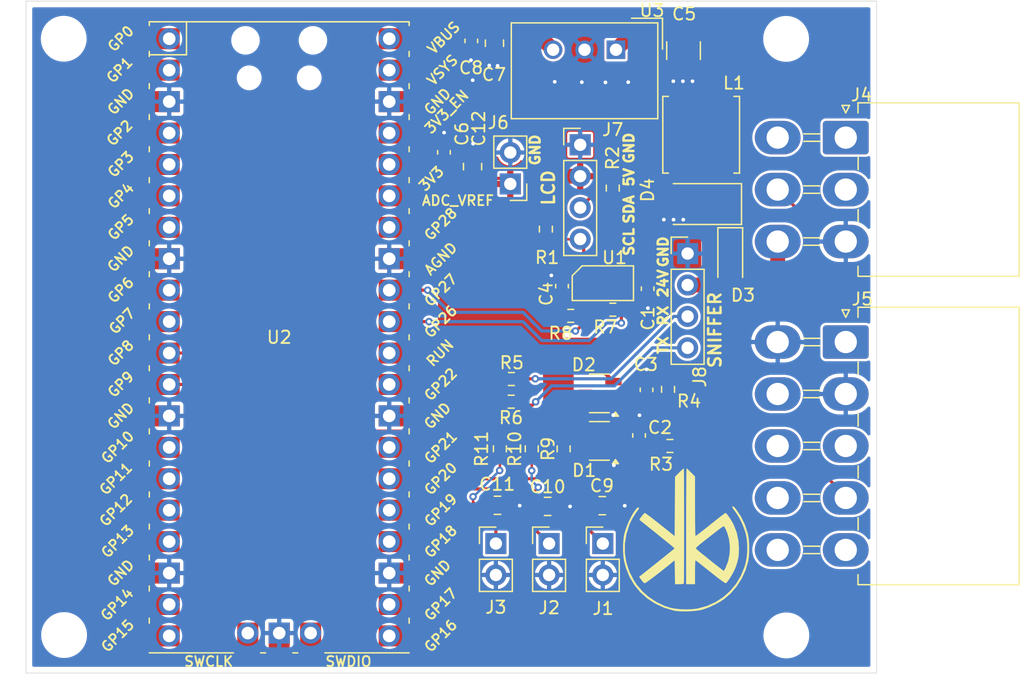
<source format=kicad_pcb>
(kicad_pcb (version 20240706) (generator "pcbnew") (generator_version "8.99")
  (layers (0 "F.Cu" signal) (31 "B.Cu" signal) (34 "B.Paste" user) (35 "F.Paste" user) (36 "B.SilkS" user "B.Silkscreen") (37 "F.SilkS" user "F.Silkscreen") (38 "B.Mask" user) (39 "F.Mask" user) (44 "Edge.Cuts" user))
  (net 0 "")
  (net 1 "+5V")
  (net 2 "/RX_SNIFFER")
  (net 3 "+24V")
  (net 4 "+3V3")
  (net 5 "/TX_SNIFFER")
  (net 6 "/LCD_SCL")
  (net 7 "/LCD_SDA")
  (net 8 "/RX_MASTER")
  (net 9 "/TX_MASTER")
  (net 10 "/TX0")
  (net 11 "/RX0")
  (net 12 "/TX1")
  (net 13 "GND")
  (net 14 "/RX1")
  (net 15 "/PICO_SDA")
  (net 16 "/PICO_SCL")
  (net 17 "/Button1")
  (net 18 "/Button2")
  (net 21 "/Button3")
  (net 22 "Net-(D3-K)")
  (net 69 "/+VIN_PROTECTED")
  (footprint "Connector_Molex:Molex_Mini-Fit_Jr_5569-10A2_2x05_P4.20mm_Horizontal" (layer "F.Cu") (at 109.76 63.95 -90)
    (property "Reference" "J5")
    (property "Value" "Conn_01x10")
  )
  (footprint "Capacitor_SMD:C_0805_2012Metric" (layer "F.Cu") (at 79.6 49.775 90)
    (property "Reference" "C12")
    (property "Value" "10uF")
  )
  (footprint "Capacitor_SMD:C_0603_1608Metric" (layer "F.Cu") (at 79.5 39.615 -90)
    (property "Reference" "C8")
    (property "Value" "0.1uF")
  )
  (footprint "LOGO" (layer "F.Cu") (at 96.92 79.98)
    (property "Reference" "G***" (hide yes))
    (property "Value" "LOGO" (hide yes))
  )
  (footprint "Resistor_SMD:R_0603_1608Metric" (layer "F.Cu") (at 82.74 66.94 180)
    (property "Reference" "R5")
    (property "Value" "27R")
  )
  (footprint "Capacitor_SMD:C_0603_1608Metric" (layer "F.Cu") (at 93.055 71.5 90)
    (property "Reference" "C2")
    (property "Value" "100pF")
  )
  (footprint "Resistor_SMD:R_0603_1608Metric" (layer "F.Cu") (at 84.385 72.58 -90)
    (property "Reference" "R10")
    (property "Value" "100K")
  )
  (footprint "Resistor_SMD:R_0603_1608Metric" (layer "F.Cu") (at 87.535 61.835 180)
    (property "Reference" "R8")
    (property "Value" "2K")
  )
  (footprint "Resistor_SMD:R_0603_1608Metric" (layer "F.Cu") (at 86.96 72.58 -90)
    (property "Reference" "R9")
    (property "Value" "100K")
  )
  (footprint "Capacitor_SMD:C_0805_2012Metric" (layer "F.Cu") (at 90.085 77.175)
    (property "Reference" "C9")
    (property "Value" "0.1uF")
  )
  (footprint "MountingHole:MountingHole_3.2mm_M3_ISO14580" (layer "F.Cu") (at 104.94 39.45)
    (property "Reference" "H1" (hide yes))
    (property "Value" "MountingHole")
  )
  (footprint "MountingHole:MountingHole_3.2mm_M3_ISO14580" (layer "F.Cu") (at 46.59 87.63)
    (property "Reference" "H3" (hide yes))
    (property "Value" "MountingHole")
  )
  (footprint "Package_TO_SOT_SMD:SOT-23-3" (layer "F.Cu") (at 89.85 71.94 180)
    (property "Reference" "D1")
    (property "Value" "BAT54SW")
  )
  (footprint "Connector_PinHeader_2.54mm:PinHeader_1x04_P2.54mm_Vertical" (layer "F.Cu") (at 88.3 48.01)
    (property "Reference" "J7")
    (property "Value" "Conn_01x04")
  )
  (footprint "Connector_PinHeader_2.54mm:PinHeader_1x02_P2.54mm_Vertical" (layer "F.Cu") (at 85.785 80.235)
    (property "Reference" "J2")
    (property "Value" "Conn_01x02")
  )
  (footprint "Capacitor_SMD:C_0603_1608Metric" (layer "F.Cu") (at 86.83 59.435 90)
    (property "Reference" "C4")
    (property "Value" "0.1uF")
  )
  (footprint "Connector_PinHeader_2.54mm:PinHeader_1x02_P2.54mm_Vertical" (layer "F.Cu") (at 82.65 51.175 180)
    (property "Reference" "J6")
    (property "Value" "Conn_01x02")
  )
  (footprint "Package_TO_SOT_SMD:SOT-23-3" (layer "F.Cu") (at 89.85 68.1 180)
    (property "Reference" "D2")
    (property "Value" "BAT54SW")
  )
  (footprint "Resistor_SMD:R_0603_1608Metric" (layer "F.Cu") (at 90.935 61.335 180)
    (property "Reference" "R7")
    (property "Value" "2K")
  )
  (footprint "Resistor_SMD:R_0603_1608Metric" (layer "F.Cu") (at 85.525 54.825 90)
    (property "Reference" "R1")
    (property "Value" "2K")
  )
  (footprint "Capacitor_SMD:C_0603_1608Metric" (layer "F.Cu") (at 93.66 67.815 90)
    (property "Reference" "C3")
    (property "Value" "100pF")
  )
  (footprint "My Footprints:Package_SO_VSSOP-8_P0.5mm" (layer "F.Cu") (at 90.13 59.195)
    (property "Reference" "U1")
    (property "Value" "TXS0102DCU")
  )
  (footprint "Converter_DCDC:Converter_DCDC_TRACO_TSR1-xxxxE_THT" (layer "F.Cu") (at 91.19 40.33 -90)
    (property "Reference" "U3")
    (property "Value" "TSR1-2450E")
  )
  (footprint "Connector_PinHeader_2.54mm:PinHeader_1x04_P2.54mm_Vertical" (layer "F.Cu") (at 96.98 56.8)
    (property "Reference" "J8")
    (property "Value" "Conn_01x04")
  )
  (footprint "Connector_Molex:Molex_Mini-Fit_Jr_5569-06A2_2x03_P4.20mm_Horizontal" (layer "F.Cu") (at 109.76 47.43 -90)
    (property "Reference" "J4")
    (property "Value" "Conn_01x06")
  )
  (footprint "Resistor_SMD:R_0603_1608Metric" (layer "F.Cu") (at 95.4 67.775 -90)
    (property "Reference" "R4")
    (property "Value" "27R")
  )
  (footprint "Resistor_SMD:R_0603_1608Metric" (layer "F.Cu") (at 81.81 72.58 -90)
    (property "Reference" "R11")
    (property "Value" "100K")
  )
  (footprint "Resistor_SMD:R_0603_1608Metric" (layer "F.Cu") (at 95.55 72.35 180)
    (property "Reference" "R3")
    (property "Value" "27R")
  )
  (footprint "Capacitor_SMD:C_1210_3225Metric" (layer "F.Cu") (at 96.65 40.4 -90)
    (property "Reference" "C5")
    (property "Value" "2.2uF")
  )
  (footprint "Capacitor_SMD:C_0603_1608Metric" (layer "F.Cu") (at 93.75 59.64 -90)
    (property "Reference" "C1")
    (property "Value" "0.1uF")
  )
  (footprint "MountingHole:MountingHole_3.2mm_M3_ISO14580" (layer "F.Cu") (at 104.96 87.66)
    (property "Reference" "H4" (hide yes))
    (property "Value" "MountingHole")
  )
  (footprint "Resistor_SMD:R_0603_1608Metric" (layer "F.Cu") (at 90.93 51.51 90)
    (property "Reference" "R2")
    (property "Value" "2K")
  )
  (footprint "Capacitor_SMD:C_0603_1608Metric" (layer "F.Cu") (at 77.29 48.62 90)
    (property "Reference" "C6")
    (property "Value" "0.1uF")
  )
  (footprint "Connector_PinHeader_2.54mm:PinHeader_1x02_P2.54mm_Vertical" (layer "F.Cu") (at 81.485 80.235)
    (property "Reference" "J3")
    (property "Value" "Conn_01x02")
  )
  (footprint "Capacitor_SMD:C_0805_2012Metric" (layer "F.Cu") (at 81.615 77.145)
    (property "Reference" "C11")
    (property "Value" "0.1uF")
  )
  (footprint "Inductor_SMD:L_Bourns_SRN6045TA" (layer "F.Cu") (at 98.075 47.2 90)
    (property "Reference" "L1")
    (property "Value" "47uH")
  )
  (footprint "Capacitor_SMD:C_0805_2012Metric" (layer "F.Cu") (at 81.37 39.8 -90)
    (property "Reference" "C7")
    (property "Value" "10uF")
  )
  (footprint "My Footprints:RPi_Pico_SMD_TH" (layer "F.Cu") (at 63.975 63.57)
    (property "Reference" "U2")
    (property "Value" "Pico")
  )
  (footprint "Diode_SMD:D_SMA" (layer "F.Cu") (at 97.825 52.8 180)
    (property "Reference" "D4")
    (property "Value" "SMAJ45A")
  )
  (footprint "Diode_SMD:D_SOD-123" (layer "F.Cu") (at 100.425 57.075 -90)
    (property "Reference" "D3")
    (property "Value" "MBR0540")
  )
  (footprint "Connector_PinHeader_2.54mm:PinHeader_1x02_P2.54mm_Vertical" (layer "F.Cu") (at 90.125 80.235)
    (property "Reference" "J1")
    (property "Value" "Conn_01x02")
  )
  (footprint "MountingHole:MountingHole_3.2mm_M3_ISO14580" (layer "F.Cu") (at 46.56 39.44)
    (property "Reference" "H2" (hide yes))
    (property "Value" "MountingHole")
  )
  (footprint "Capacitor_SMD:C_0805_2012Metric" (layer "F.Cu") (at 85.665 77.235)
    (property "Reference" "C10")
    (property "Value" "0.1uF")
  )
  (footprint "Resistor_SMD:R_0603_1608Metric" (layer "F.Cu") (at 82.72 68.77 180)
    (property "Reference" "R6")
    (property "Value" "27R")
  )
  (gr_rect (start 43.515 36.4) (end 112.25 90.7) (stroke (width 0.05)) (fill none) (layer "Edge.Cuts"))
  (gr_text "BK Telematics\nDiagnostic Tester \nrev 2.0" (at 44.3 70.57 -90) (layer "F.Cu") (effects (font (size 1 1) (thickness 0.2) (bold yes)) (justify left bottom)))
  (gr_text "5V\n" (at 92.71 51.49 90) (layer "F.SilkS") (effects (font (size 0.8 0.8) (thickness 0.2) (bold yes)) (justify left bottom)))
  (gr_text "GND	" (at 85.12 49.78 90) (layer "F.SilkS") (effects (font (size 0.8 0.8) (thickness 0.2) (bold yes)) (justify left bottom)))
  (gr_text "GND	" (at 92.71 49.63 90) (layer "F.SilkS") (effects (font (size 0.8 0.8) (thickness 0.2) (bold yes)) (justify left bottom)))
  (gr_text "24V" (at 95.46 60.45 90) (layer "F.SilkS") (effects (font (size 0.8 0.8) (thickness 0.2) (bold yes)) (justify left bottom)))
  (gr_text "GND	" (at 95.47 58.01 90) (layer "F.SilkS") (effects (font (size 0.8 0.8) (thickness 0.2) (bold yes)) (justify left bottom)))
  (gr_text "RX" (at 95.47 62.73 90) (layer "F.SilkS") (effects (font (size 0.8 0.8) (thickness 0.2) (bold yes)) (justify left bottom)))
  (gr_text "SCL\n" (at 92.71 57.09 90) (layer "F.SilkS") (effects (font (size 0.8 0.8) (thickness 0.2) (bold yes)) (justify left bottom)))
  (gr_text "SNIFFER\n" (at 99.77 66.16 90) (layer "F.SilkS") (effects (font (size 1 1) (thickness 0.2) (bold yes)) (justify left bottom)))
  (gr_text "LCD\n" (at 86.31 53.02 90) (layer "F.SilkS") (effects (font (size 1 1) (thickness 0.2) (bold yes)) (justify left bottom)))
  (gr_text "SDA\n" (at 92.71 54.49 90) (layer "F.SilkS") (effects (font (size 0.8 0.8) (thickness 0.2) (bold yes)) (justify left bottom)))
  (gr_text "TX" (at 95.47 65.02 90) (layer "F.SilkS") (effects (font (size 0.8 0.8) (thickness 0.2) (bold yes)) (justify left bottom)))
  (segment (start 91.485 58.995) (end 91.535 58.945) (width 0.15) (layer "F.Cu") (net 1))
  (segment (start 93.75 58.865) (end 93.36 58.475) (width 0.254) (layer "F.Cu") (net 1))
  (segment (start 84.63 38.85) (end 86.11 40.33) (width 1.2) (layer "F.Cu") (net 1))
  (segment (start 86.35 50.55) (end 85.525 49.725) (width 1.2) (layer "F.Cu") (net 1))
  (segment (start 93.36 58.475) (end 93.36 52.51) (width 0.254) (layer "F.Cu") (net 1))
  (segment (start 86.35 50.55) (end 85.525 51.375) (width 1.2) (layer "F.Cu") (net 1))
  (segment (start 81.37 38.85) (end 84.63 38.85) (width 1.2) (layer "F.Cu") (net 1))
  (segment (start 85.525 49.725) (end 85.525 44.65) (width 1.2) (layer "F.Cu") (net 1))
  (segment (start 78.8 43.9) (end 76.825 41.925) (width 1.2) (layer "F.Cu") (net 1))
  (segment (start 85.525 51.375) (end 85.525 54) (width 1.2) (layer "F.Cu") (net 1))
  (segment (start 90.795 50.55) (end 90.93 50.685) (width 0.254) (layer "F.Cu") (net 1))
  (segment (start 84.775 43.9) (end 78.8 43.9) (width 1.2) (layer "F.Cu") (net 1))
  (segment (start 76.825 39.44) (end 77.46 39.44) (width 1.2) (layer "F.Cu") (net 1))
  (segment (start 76.825 41.925) (end 76.825 39.44) (width 1.2) (layer "F.Cu") (net 1))
  (segment (start 93.67 58.945) (end 91.68 58.945) (width 0.254) (layer "F.Cu") (net 1))
  (segment (start 88.3 50.55) (end 90.795 50.55) (width 0.254) (layer "F.Cu") (net 1))
  (segment (start 88.3 50.55) (end 86.35 50.55) (width 1.2) (layer "F.Cu") (net 1))
  (segment (start 77.46 39.44) (end 78.05 38.85) (width 1.2) (layer "F.Cu") (net 1))
  (segment (start 93.36 52.51) (end 91.535 50.685) (width 0.254) (layer "F.Cu") (net 1))
  (segment (start 78.05 38.85) (end 81.37 38.85) (width 1.2) (layer "F.Cu") (net 1))
  (segment (start 91.535 50.685) (end 90.93 50.685) (width 0.254) (layer "F.Cu") (net 1))
  (segment (start 85.525 44.65) (end 84.775 43.9) (width 1.2) (layer "F.Cu") (net 1))
  (segment (start 72.865 39.44) (end 76.825 39.44) (width 1.2) (layer "F.Cu") (net 1))
  (segment (start 84.667 66.92) (end 83.585 66.92) (width 0.254) (layer "F.Cu") (net 2))
  (segment (start 83.585 66.92) (end 83.565 66.94) (width 0.254) (layer "F.Cu") (net 2))
  (via (at 84.667 66.92) (size 0.6) (drill 0.3) (layers "F.Cu" "B.Cu") (net 2))
  (segment (start 84.667 66.92) (end 90.82 66.92) (width 0.254) (layer "B.Cu") (net 2))
  (segment (start 90.82 66.92) (end 95.86 61.88) (width 0.254) (layer "B.Cu") (net 2))
  (segment (start 95.86 61.88) (end 96.98 61.88) (width 0.254) (layer "B.Cu") (net 2))
  (segment (start 104.26 57.715) (end 103.25 58.725) (width 1.2) (layer "F.Cu") (net 3))
  (segment (start 96.98 59.34) (end 99.81 59.34) (width 1.2) (layer "F.Cu") (net 3))
  (segment (start 104.26 55.83) (end 104.26 57.715) (width 1.2) (layer "F.Cu") (net 3))
  (segment (start 96.98 59.34) (end 97.2 59.56) (width 1.2) (layer "F.Cu") (net 3))
  (segment (start 99.81 59.34) (end 100.425 58.725) (width 1.2) (layer "F.Cu") (net 3))
  (segment (start 103.25 58.725) (end 100.425 58.725) (width 1.2) (layer "F.Cu") (net 3))
  (segment (start 90.11 59.445) (end 91.535 59.445) (width 0.254) (layer "F.Cu") (net 4))
  (segment (start 87.06 60.12) (end 87.635 59.545) (width 0.254) (layer "F.Cu") (net 4))
  (segment (start 72.865 49.6) (end 74.479 49.6) (width 0.254) (layer "F.Cu") (net 4))
  (segment (start 79.6 50.725) (end 82.2 50.725) (width 0.254) (layer "F.Cu") (net 4))
  (segment (start 77.21 49.475) (end 72.99 49.475) (width 0.254) (layer "F.Cu") (net 4))
  (segment (start 87.735 59.445) (end 87.635 59.545) (width 0.254) (layer "F.Cu") (net 4))
  (segment (start 86.735 60.12) (end 87.06 60.12) (width 0.254) (layer "F.Cu") (net 4))
  (segment (start 78.27 49.395) (end 79.6 50.725) (width 0.254) (layer "F.Cu") (net 4))
  (segment (start 90.11 61.335) (end 90.11 59.445) (width 0.254) (layer "F.Cu") (net 4))
  (segment (start 90.125 66.2875) (end 90.125 65.65) (width 0.3) (layer "F.Cu") (net 4))
  (segment (start 88.735 59.445) (end 87.735 59.445) (width 0.254) (layer "F.Cu") (net 4))
  (segment (start 90.9875 70.99) (end 88.1 70.99) (width 0.3) (layer "F.Cu") (net 4))
  (segment (start 82.2 50.725) (end 82.65 51.175) (width 0.254) (layer "F.Cu") (net 4))
  (segment (start 90.9875 67.15) (end 90.125 66.2875) (width 0.3) (layer "F.Cu") (net 4))
  (segment (start 90.112818 61.245) (end 90.062818 61.195) (width 0.2) (layer "F.Cu") (net 4))
  (segment (start 88.735 59.445) (end 90.11 59.445) (width 0.254) (layer "F.Cu") (net 4))
  (segment (start 77.29 49.395) (end 77.21 49.475) (width 0.254) (layer "F.Cu") (net 4))
  (segment (start 88.1 70.99) (end 87.7 70.59) (width 0.3) (layer "F.Cu") (net 4))
  (segment (start 86.71 60.145) (end 86.735 60.12) (width 0.254) (layer "F.Cu") (net 4))
  (segment (start 86.71 61.835) (end 86.71 60.145) (width 0.254) (layer "F.Cu") (net 4))
  (segment (start 77.29 49.395) (end 78.27 49.395) (width 0.254) (layer "F.Cu") (net 4))
  (segment (start 72.99 49.475) (end 72.865 49.6) (width 0.254) (layer "F.Cu") (net 4))
  (segment (start 87.11 60.12) (end 87.135 60.145) (width 0.15) (layer "F.Cu") (net 4))
  (segment (start 83.825 69.05) (end 83.545 68.77) (width 0.254) (layer "F.Cu") (net 5))
  (segment (start 84.43 69.05) (end 83.825 69.05) (width 0.254) (layer "F.Cu") (net 5))
  (segment (start 84.7 68.78) (end 84.43 69.05) (width 0.254) (layer "F.Cu") (net 5))
  (via (at 84.7 68.78) (size 0.6) (drill 0.3) (layers "F.Cu" "B.Cu") (net 5))
  (segment (start 85.99 67.49) (end 91.07 67.49) (width 0.254) (layer "B.Cu") (net 5))
  (segment (start 84.7 68.78) (end 85.99 67.49) (width 0.254) (layer "B.Cu") (net 5))
  (segment (start 94.14 64.42) (end 96.98 64.42) (width 0.254) (layer "B.Cu") (net 5))
  (segment (start 91.07 67.49) (end 94.14 64.42) (width 0.254) (layer "B.Cu") (net 5))
  (segment (start 88.58 58.445) (end 88.58 55.91) (width 0.254) (layer "F.Cu") (net 6))
  (segment (start 88.28 55.65) (end 88.3 55.63) (width 0.2) (layer "F.Cu") (net 6))
  (segment (start 85.525 55.65) (end 88.28 55.65) (width 0.2) (layer "F.Cu") (net 6))
  (segment (start 88.58 55.91) (end 88.3 55.63) (width 0.254) (layer "F.Cu") (net 6))
  (segment (start 89.055 52.335) (end 88.3 53.09) (width 0.254) (layer "F.Cu") (net 7))
  (segment (start 91.68 58.445) (end 91.68 53.085) (width 0.254) (layer "F.Cu") (net 7))
  (segment (start 91.68 53.085) (end 90.93 52.335) (width 0.254) (layer "F.Cu") (net 7))
  (segment (start 90.93 52.335) (end 89.055 52.335) (width 0.254) (layer "F.Cu") (net 7))
  (segment (start 106.437 53.807) (end 104.26 51.63) (width 0.254) (layer "F.Cu") (net 8))
  (segment (start 105.82 51.63) (end 104.26 51.63) (width 0.2) (layer "F.Cu") (net 8))
  (segment (start 98.22 66.95) (end 106.437 58.733) (width 0.254) (layer "F.Cu") (net 8))
  (segment (start 106.437 58.733) (end 106.437 53.807) (width 0.254) (layer "F.Cu") (net 8))
  (segment (start 95.38 66.97) (end 95.4 66.95) (width 0.254) (layer "F.Cu") (net 8))
  (segment (start 95.4 66.95) (end 98.22 66.95) (width 0.254) (layer "F.Cu") (net 8))
  (segment (start 100.69 72.35) (end 102.95 74.61) (width 0.254) (layer "F.Cu") (net 9))
  (segment (start 96.375 72.35) (end 100.69 72.35) (width 0.254) (layer "F.Cu") (net 9))
  (segment (start 107.97 74.61) (end 109.91 76.55) (width 0.254) (layer "F.Cu") (net 9))
  (segment (start 102.95 74.61) (end 107.97 74.61) (width 0.254) (layer "F.Cu") (net 9))
  (segment (start 89.83 87.7) (end 95.452 82.078) (width 0.254) (layer "F.Cu") (net 10))
  (segment (start 93.66 68.59) (end 95.39 68.59) (width 0.254) (layer "F.Cu") (net 10))
  (segment (start 95.452 82.078) (end 95.452 68.652) (width 0.254) (layer "F.Cu") (net 10))
  (segment (start 72.865 87.7) (end 89.83 87.7) (width 0.254) (layer "F.Cu") (net 10))
  (segment (start 88.85 68.1) (end 91.82 68.1) (width 0.254) (layer "F.Cu") (net 10))
  (segment (start 95.452 68.652) (end 95.4 68.6) (width 0.254) (layer "F.Cu") (net 10))
  (segment (start 95.39 68.59) (end 95.4 68.6) (width 0.254) (layer "F.Cu") (net 10))
  (segment (start 91.82 68.1) (end 92.31 68.59) (width 0.254) (layer "F.Cu") (net 10))
  (segment (start 92.31 68.59) (end 93.66 68.59) (width 0.254) (layer "F.Cu") (net 10))
  (segment (start 92.72 71.94) (end 93.055 72.275) (width 0.254) (layer "F.Cu") (net 11))
  (segment (start 93.055 83.385) (end 93.055 72.275) (width 0.254) (layer "F.Cu") (net 11))
  (segment (start 88.85 71.94) (end 92.72 71.94) (width 0.254) (layer "F.Cu") (net 11))
  (segment (start 93.055 72.275) (end 94.65 72.275) (width 0.254) (layer "F.Cu") (net 11))
  (segment (start 94.65 72.275) (end 94.725 72.35) (width 0.254) (layer "F.Cu") (net 11))
  (segment (start 91.28 85.16) (end 93.055 83.385) (width 0.254) (layer "F.Cu") (net 11))
  (segment (start 72.865 85.16) (end 91.28 85.16) (width 0.254) (layer "F.Cu") (net 11))
  (segment (start 61.3 66.99) (end 70.121 66.99) (width 0.254) (layer "F.Cu") (net 12))
  (segment (start 59.14 64.83) (end 61.3 66.99) (width 0.254) (layer "F.Cu") (net 12))
  (segment (start 71.741 68.61) (end 78.27 68.61) (width 0.254) (layer "F.Cu") (net 12))
  (segment (start 55.085 64.84) (end 58.72 64.84) (width 0.254) (layer "F.Cu") (net 12))
  (segment (start 58.73 64.83) (end 59.14 64.83) (width 0.254) (layer "F.Cu") (net 12))
  (segment (start 70.121 66.99) (end 71.741 68.61) (width 0.254) (layer "F.Cu") (net 12))
  (segment (start 58.72 64.84) (end 58.73 64.83) (width 0.2) (layer "F.Cu") (net 12))
  (segment (start 79.94 66.94) (end 81.915 66.94) (width 0.254) (layer "F.Cu") (net 12))
  (segment (start 78.27 68.61) (end 79.94 66.94) (width 0.254) (layer "F.Cu") (net 12))
  (segment (start 90.97 69.85) (end 90.97 69.0675) (width 0.254) (layer "F.Cu") (net 13))
  (segment (start 97.375 42.6) (end 96.65 41.875) (width 0.2) (layer "F.Cu") (net 13))
  (segment (start 95.06 53.565) (end 95.825 52.8) (width 0.254) (layer "F.Cu") (net 13))
  (segment (start 72.865 44.52) (end 75.37 44.52) (width 0.2) (layer "F.Cu") (net 13))
  (segment (start 95.825 42.7) (end 96.65 41.875) (width 0.2) (layer "F.Cu") (net 13))
  (segment (start 78.27 48.825) (end 77.29 47.845) (width 0.254) (layer "F.Cu") (net 13))
  (segment (start 91.035 77.175) (end 91.895 77.175) (width 0.254) (layer "F.Cu") (net 13))
  (segment (start 85.97 58.57) (end 86.735 58.57) (width 0.254) (layer "F.Cu") (net 13))
  (segment (start 93.09 70.69) (end 93.055 70.725) (width 0.254) (layer "F.Cu") (net 13))
  (segment (start 81.01 40.39) (end 81.37 40.75) (width 0.2) (layer "F.Cu") (net 13))
  (segment (start 86.615 77.235) (end 87.475 77.235) (width 0.254) (layer "F.Cu") (net 13))
  (segment (start 93.77 60.435) (end 93.75 60.415) (width 0.254) (layer "F.Cu") (net 13))
  (segment (start 82.65 48.635) (end 79.79 48.635) (width 0.254) (layer "F.Cu") (net 13))
  (segment (start 87.535 58.945) (end 88.635 58.945) (width 0.2) (layer "F.Cu") (net 13))
  (segment (start 87.16 58.57) (end 86.735 58.57) (width 0.2) (layer "F.Cu") (net 13))
  (segment (start 79.79 48.635) (end 79.6 48.825) (width 0.254) (layer "F.Cu") (net 13))
  (segment (start 83.385 77.145) (end 83.41 77.17) (width 0.254) (layer "F.Cu") (net 13))
  (segment (start 80.95 41.6) (end 80.95 41.17) (width 0.2) (layer "F.Cu") (net 13))
  (segment (start 79.64 48.785) (end 79.6 48.825) (width 0.2) (layer "F.Cu") (net 13))
  (segment (start 77.3 47.025) (end 77.3 47.835) (width 0.254) (layer "F.Cu") (net 13))
  (segment (start 95.825 42.875) (end 95.825 42.7) (width 0.2) (layer "F.Cu") (net 13))
  (segment (start 77.3 47.835) (end 77.29 47.845) (width 0.254) (layer "F.Cu") (net 13))
  (segment (start 96.6 42.875) (end 96.6 41.925) (width 0.2) (layer "F.Cu") (net 13))
  (segment (start 93.09 69.87) (end 93.09 70.69) (width 0.254) (layer "F.Cu") (net 13))
  (segment (start 91.02 73.91) (end 90.9875 73.8775) (width 0.254) (layer "F.Cu") (net 13))
  (segment (start 79.47 41.175) (end 79.47 40.42) (width 0.2) (layer "F.Cu") (net 13))
  (segment (start 82.565 77.145) (end 83.385 77.145) (width 0.254) (layer "F.Cu") (net 13))
  (segment (start 97.375 42.875) (end 97.375 42.6) (width 0.2) (layer "F.Cu") (net 13))
  (segment (start 93.66 66.17) (end 93.66 67.04) (width 0.254) (layer "F.Cu") (net 13))
  (segment (start 90.9875 73.8775) (end 90.9875 72.89) (width 0.254) (layer "F.Cu") (net 13))
  (segment (start 81.625 41.625) (end 81.625 41.005) (width 0.2) (layer "F.Cu") (net 13))
  (segment (start 90.97 69.0675) (end 90.9875 69.05) (width 0.254) (layer "F.Cu") (net 13))
  (segment (start 80.95 41.17) (end 81.37 40.75) (width 0.2) (layer "F.Cu") (net 13))
  (segment (start 96.6 41.925) (end 96.65 41.875) (width 0.2) (layer "F.Cu") (net 13))
  (segment (start 96.63 54.06) (end 96.63 53.605) (width 0.254) (layer "F.Cu") (net 13))
  (segment (start 79.47 40.42) (end 79.5 40.39) (width 0.2) (layer "F.Cu") (net 13))
  (segment (start 95.845 54.06) (end 95.845 52.82) (width 0.254) (layer "F.Cu") (net 13))
  (segment (start 95.845 52.82) (end 95.825 52.8) (width 0.254) (layer "F.Cu") (net 13))
  (segment (start 87.475 77.235) (end 87.48 77.24) (width 0.254) (layer "F.Cu") (net 13))
  (segment (start 95.06 54.06) (end 95.06 53.565) (width 0.254) (layer "F.Cu") (net 13))
  (segment (start 81.625 41.005) (end 81.37 40.75) (width 0.2) (layer "F.Cu") (net 13))
  (segment (start 87.535 58.945) (end 87.16 58.57) (width 0.2) (layer "F.Cu") (net 13))
  (segment (start 96.63 53.605) (end 95.825 52.8) (width 0.254) (layer "F.Cu") (net 13))
  (segment (start 79.64 47.92) (end 79.64 48.785) (width 0.2) (layer "F.Cu") (net 13))
  (segment (start 91.895 77.175) (end 91.9 77.18) (width 0.254) (layer "F.Cu") (net 13))
  (segment (start 93.65 66.16) (end 93.66 66.17) (width 0.254) (layer "F.Cu") (net 13))
  (segment (start 79.6 48.825) (end 78.27 48.825) (width 0.254) (layer "F.Cu") (net 13))
  (segment (start 93.77 61.21) (end 93.77 60.435) (width 0.254) (layer "F.Cu") (net 13))
  (via (at 90.97 69.85) (size 0.6) (drill 0.3) (layers "F.Cu" "B.Cu") (net 13))
  (via (at 96.6 42.875) (size 0.6) (drill 0.3) (layers "F.Cu" "B.Cu") (net 13))
  (via (at 88.43 42.95) (size 0.6) (drill 0.3) (layers "F.Cu" "B.Cu") (net 13))
  (via (at 79.64 47.92) (size 0.6) (drill 0.3) (layers "F.Cu" "B.Cu") (net 13))
  (via (at 96.63 54.06) (size 0.6) (drill 0.3) (layers "F.Cu" "B.Cu") (net 13))
  (via (at 83.41 77.17) (size 0.6) (drill 0.3) (layers "F.Cu" "B.Cu") (net 13))
  (via (at 86.24 42.92) (size 0.6) (drill 0.3) (layers "F.Cu" "B.Cu") (net 13))
  (via (at 85.97 58.57) (size 0.6) (drill 0.3) (layers "F.Cu" "B.Cu") (net 13))
  (via (at 95.06 54.06) (size 0.6) (drill 0.3) (layers "F.Cu" "B.Cu") (net 13))
  (via (at 93.09 69.87) (size 0.6) (drill 0.3) (layers "F.Cu" "B.Cu") (net 13))
  (via (at 92.18 42.95) (size 0.6) (drill 0.3) (layers "F.Cu" "B.Cu") (net 13))
  (via (at 93.77 61.21) (size 0.6) (drill 0.3) (layers "F.Cu" "B.Cu") (net 13))
  (via (at 93.65 66.16) (size 0.6) (drill 0.3) (layers "F.Cu" "B.Cu") (net 13))
  (via (at 87.48 77.24) (size 0.6) (drill 0.3) (layers "F.Cu" "B.Cu") (net 13))
  (via (at 91.9 77.18) (size 0.6) (drill 0.3) (layers "F.Cu" "B.Cu") (net 13))
  (via (at 97.375 42.875) (size 0.6) (drill 0.3) (layers "F.Cu" "B.Cu") (net 13))
  (via (at 79.47 41.175) (size 0.6) (drill 0.3) (layers "F.Cu" "B.Cu") (net 13))
  (via (at 77.3 47.025) (size 0.6) (drill 0.3) (layers "F.Cu" "B.Cu") (net 13))
  (via (at 91.02 73.91) (size 0.6) (drill 0.3) (layers "F.Cu" "B.Cu") (net 13))
  (via (at 80.95 41.6) (size 0.6) (drill 0.3) (layers "F.Cu" "B.Cu") (net 13))
  (via (at 90.34 42.97) (size 0.6) (drill 0.3) (layers "F.Cu" "B.Cu") (net 13))
  (via (at 79.61 42.79) (size 0.6) (drill 0.3) (layers "F.Cu" "B.Cu") (net 13))
  (via (at 95.845 54.06) (size 0.6) (drill 0.3) (layers "F.Cu" "B.Cu") (net 13))
  (via (at 81.625 41.625) (size 0.6) (drill 0.3) (layers "F.Cu" "B.Cu") (net 13))
  (via (at 95.825 42.875) (size 0.6) (drill 0.3) (layers "F.Cu" "B.Cu") (net 13))
  (segment (start 77.19 71.15) (end 79.57 68.77) (width 0.254) (layer "F.Cu") (net 14))
  (segment (start 69.541 68.95) (end 71.741 71.15) (width 0.254) (layer "F.Cu") (net 14))
  (segment (start 79.57 68.77) (end 81.895 68.77) (width 0.254) (layer "F.Cu") (net 14))
  (segment (start 71.741 71.15) (end 77.19 71.15) (width 0.254) (layer "F.Cu") (net 14))
  (segment (start 55.085 67.38) (end 58.2 67.38) (width 0.254) (layer "F.Cu") (net 14))
  (segment (start 59.77 68.95) (end 69.541 68.95) (width 0.254) (layer "F.Cu") (net 14))
  (segment (start 58.2 67.38) (end 59.77 68.95) (width 0.254) (layer "F.Cu") (net 14))
  (segment (start 91.835 60.245) (end 91.835 61.245) (width 0.2) (layer "F.Cu") (net 15))
  (segment (start 91.625 61.47) (end 91.76 61.335) (width 0.254) (layer "F.Cu") (net 15))
  (segment (start 91.625 62.415) (end 91.625 61.455) (width 0.254) (layer "F.Cu") (net 15))
  (segment (start 91.535 59.945) (end 91.835 60.245) (width 0.2) (layer "F.Cu") (net 15))
  (segment (start 91.64 62.43) (end 91.625 62.415) (width 0.254) (layer "F.Cu") (net 15))
  (segment (start 91.625 61.455) (end 91.835 61.245) (width 0.254) (layer "F.Cu") (net 15))
  (segment (start 76.08 62.3) (end 72.865 62.3) (width 0.254) (layer "F.Cu") (net 15))
  (via (at 91.625 62.415) (size 0.6) (drill 0.3) (layers "F.Cu" "B.Cu") (net 15))
  (via (at 76.08 62.3) (size 0.6) (drill 0.3) (layers "F.Cu" "B.Cu") (net 15))
  (segment (start 76.08 62.3) (end 83.667947 62.3) (width 0.254) (layer "B.Cu") (net 15))
  (segment (start 89.021474 63.828526) (end 90.435 62.415) (width 0.254) (layer "B.Cu") (net 15))
  (segment (start 83.667947 62.3) (end 85.108974 63.741026) (width 0.254) (layer "B.Cu") (net 15))
  (segment (start 85.196474 63.828526) (end 89.021474 63.828526) (width 0.254) (layer "B.Cu") (net 15))
  (segment (start 90.435 62.415) (end 91.625 62.415) (width 0.254) (layer "B.Cu") (net 15))
  (segment (start 85.108974 63.741026) (end 85.196474 63.828526) (width 0.254) (layer "B.Cu") (net 15))
  (segment (start 88.36 61.01) (end 88.36 60.32) (width 0.254) (layer "F.Cu") (net 16))
  (segment (start 88.36 61.01) (end 88.36 62.66) (width 0.254) (layer "F.Cu") (net 16))
  (segment (start 88.36 62.66) (end 87.935 63.085) (width 0.254) (layer "F.Cu") (net 16))
  (segment (start 88.36 60.32) (end 88.735 59.945) (width 0.254) (layer "F.Cu") (net 16))
  (segment (start 88.36 61.835) (end 88.36 61.01) (width 0.254) (layer "F.Cu") (net 16))
  (segment (start 75.97 59.76) (end 72.865 59.76) (width 0.254) (layer "F.Cu") (net 16))
  (via (at 87.91 63.06) (size 0.6) (drill 0.3) (layers "F.Cu" "B.Cu") (net 16))
  (via (at 75.97 59.76) (size 0.6) (drill 0.3) (layers "F.Cu" "B.Cu") (net 16))
  (segment (start 83.68 61.55) (end 85.19 63.06) (width 0.254) (layer "B.Cu") (net 16))
  (segment (start 85.19 63.06) (end 87.91 63.06) (width 0.254) (layer "B.Cu") (net 16))
  (segment (start 75.97 59.76) (end 77.76 61.55) (width 0.254) (layer "B.Cu") (net 16))
  (segment (start 77.76 61.55) (end 83.68 61.55) (width 0.254) (layer "B.Cu") (net 16))
  (segment (start 86.96 73.405) (end 86.96 73.75) (width 0.2) (layer "F.Cu") (net 17))
  (segment (start 89.135 79.245) (end 90.125 80.235) (width 0.254) (layer "F.Cu") (net 17))
  (segment (start 86.97 75) (end 72.865 75) (width 0.254) (layer "F.Cu") (net 17))
  (segment (start 88.21 75) (end 86.97 75) (width 0.254) (layer "F.Cu") (net 17))
  (segment (start 89.135 77.175) (end 89.135 79.245) (width 0.254) (layer "F.Cu") (net 17))
  (segment (start 89.135 75.925) (end 88.21 75) (width 0.254) (layer "F.Cu") (net 17))
  (segment (start 86.96 73.75) (end 88.21 75) (width 0.2) (layer "F.Cu") (net 17))
  (segment (start 89.135 77.175) (end 89.135 75.925) (width 0.254) (layer "F.Cu") (net 17))
  (segment (start 84.715 79.165) (end 85.785 80.235) (width 0.254) (layer "F.Cu") (net 18))
  (segment (start 84.715 77.235) (end 84.715 76.480062) (width 0.254) (layer "F.Cu") (net 18))
  (segment (start 77.25 77.54) (end 72.865 77.54) (width 0.254) (layer "F.Cu") (net 18))
  (segment (start 84.385 74.335) (end 84.38 74.34) (width 0.2) (layer "F.Cu") (net 18))
  (segment (start 84.592469 76.357531) (end 84.054969 75.820031) (width 0.254) (layer "F.Cu") (net 18))
  (segment (start 84.385 73.405) (end 84.385 74.335) (width 0.2) (layer "F.Cu") (net 18))
  (segment (start 84.715 77.235) (end 84.715 79.165) (width 0.254) (layer "F.Cu") (net 18))
  (segment (start 84.715 76.480062) (end 84.592469 76.357531) (width 0.254) (layer "F.Cu") (net 18))
  (segment (start 78.969969 75.820031) (end 77.25 77.54) (width 0.254) (layer "F.Cu") (net 18))
  (segment (start 84.91 75.69) (end 84.592469 76.007531) (width 0.2) (layer "F.Cu") (net 18))
  (segment (start 80.9 75.820031) (end 78.969969 75.820031) (width 0.254) (layer "F.Cu") (net 18))
  (segment (start 84.054969 75.820031) (end 80.9 75.820031) (width 0.254) (layer "F.Cu") (net 18))
  (segment (start 84.592469 76.007531) (end 84.592469 76.357531) (width 0.2) (layer "F.Cu") (net 18))
  (via (at 84.91 75.69) (size 0.6) (drill 0.3) (layers "F.Cu" "B.Cu") (net 18))
  (via (at 84.38 74.34) (size 0.6) (drill 0.3) (layers "F.Cu" "B.Cu") (net 18))
  (segment (start 84.38 75.16) (end 84.91 75.69) (width 0.2) (layer "B.Cu") (net 18))
  (segment (start 84.38 74.34) (end 84.38 75.16) (width 0.2) (layer "B.Cu") (net 18))
  (segment (start 76.97 80.08) (end 72.865 80.08) (width 0.254) (layer "F.Cu") (net 21))
  (segment (start 80.665 78.280062) (end 80.665 77.145) (width 0.254) (layer "F.Cu") (net 21))
  (segment (start 79.64 76.447031) (end 79.64 76.88) (width 0.2) (layer "F.Cu") (net 21))
  (segment (start 79.905 77.145) (end 76.97 80.08) (width 0.254) (layer "F.Cu") (net 21))
  (segment (start 81.485 79.100062) (end 80.665 78.280062) (width 0.254) (layer "F.Cu") (net 21))
  (segment (start 79.64 76.88) (end 79.905 77.145) (width 0.2) (layer "F.Cu") (net 21))
  (segment (start 80.665 77.145) (end 79.905 77.145) (width 0.254) (layer "F.Cu") (net 21))
  (segment (start 81.81 73.405) (end 81.81 74.31) (width 0.2) (layer "F.Cu") (net 21))
  (segment (start 81.485 80.235) (end 81.485 79.100062) (width 0.254) (layer "F.Cu") (net 21))
  (segment (start 81.81 74.31) (end 81.79 74.33) (width 0.2) (layer "F.Cu") (net 21))
  (via (at 79.64 76.447031) (size 0.6) (drill 0.3) (layers "F.Cu" "B.Cu") (net 21))
  (via (at 81.79 74.33) (size 0.6) (drill 0.3) (layers "F.Cu" "B.Cu") (net 21))
  (segment (start 79.672969 76.447031) (end 81.79 74.33) (width 0.2) (layer "B.Cu") (net 21))
  (segment (start 79.64 76.447031) (end 79.672969 76.447031) (width 0.2) (layer "B.Cu") (net 21))
  (segment (start 99.81 52.785) (end 99.825 52.8) (width 1.2) (layer "F.Cu") (net 22))
  (segment (start 98.075 49.275) (end 99.81 51.01) (width 1.2) (layer "F.Cu") (net 22))
  (segment (start 99.825 54.825) (end 100.425 55.425) (width 1.2) (layer "F.Cu") (net 22))
  (segment (start 98.1 48.895) (end 98.1 49.045) (width 1.2) (layer "F.Cu") (net 22))
  (segment (start 99.81 51.01) (end 99.81 52.785) (width 1.2) (layer "F.Cu") (net 22))
  (segment (start 99.825 52.8) (end 99.825 54.825) (width 1.2) (layer "F.Cu") (net 22))
  (segment (start 99.92 52.58) (end 99.86 52.64) (width 1.2) (layer "F.Cu") (net 22))
  (segment (start 92.595 38.925) (end 91.19 40.33) (width 1.2) (layer "F.Cu") (net 69))
  (segment (start 98.075 45.125) (end 99.55 45.125) (width 1.2) (layer "F.Cu") (net 69))
  (segment (start 96.65 38.925) (end 92.595 38.925) (width 1.2) (layer "F.Cu") (net 69))
  (segment (start 98.175 38.925) (end 96.65 38.925) (width 1.2) (layer "F.Cu") (net 69))
  (segment (start 99.55 40.3) (end 98.175 38.925) (width 1.2) (layer "F.Cu") (net 69))
  (segment (start 99.55 45.125) (end 99.55 40.3) (width 1.2) (layer "F.Cu") (net 69))
  (zone (net 13) (net_name "GND") (layer "F.Cu") (priority 3) (connect_pads yes (clearance 0.2)) (min_thickness 0.25) (fill yes (thermal_gap 0.5) (thermal_bridge_width 0.5))
    (polygon (pts (xy 79.1 37.515) (xy 79.1 43.325) (xy 94.58 43.325) (xy 94.54 58.21) (xy 98.08 58.22) (xy 98.1 37.53)))
  )
  (zone (net 4) (net_name "+3V3") (layer "F.Cu") (connect_pads thru_hole_only (clearance 0.2)) (min_thickness 0.2) (fill yes (thermal_gap 0.3) (thermal_bridge_width 0.5))
    (polygon (pts (xy 73.724196 48.8) (xy 83.65 48.8) (xy 83.65 59.777917) (xy 87 59.75) (xy 87 63.6) (xy 90.6 63.6) (xy 90.6 66) (xy 87.77 65.98) (xy 87.79 72.57) (xy 81 72.56) (xy 81.02 71.01) (xy 85.33 71) (xy 85.29 66.01) (xy 76.8 66) (xy 76.8 50.45) (xy 73.765 50.45)))
  )
  (zone (net 1) (net_name "+5V") (layer "F.Cu") (priority 1) (connect_pads thru_hole_only (clearance 0.2)) (min_thickness 0.2) (fill yes (thermal_gap 0.3) (thermal_bridge_width 0.5))
    (polygon (pts (xy 73.65 38.59) (xy 76.71 38.59) (xy 76.71 37.49) (xy 87.05 37.5) (xy 87.05 42.31) (xy 94.18 42.25) (xy 94.25 59.16) (xy 89.96 59.17) (xy 89.91 54.55) (xy 84.55 54.61) (xy 84.514663 45.837648) (xy 76.047447 45.982772) (xy 76.06 40.29) (xy 73.69 40.3)))
  )
  (zone (net 13) (net_name "GND") (layer "B.Cu") (priority 2) (connect_pads (clearance 0.2)) (min_thickness 0.25) (fill yes (thermal_gap 0.3) (thermal_bridge_width 0.35))
    (polygon (pts (xy 112.22 36.43) (xy 112.22 90.67) (xy 43.55 90.67) (xy 43.55 36.43)))
  )
)
</source>
